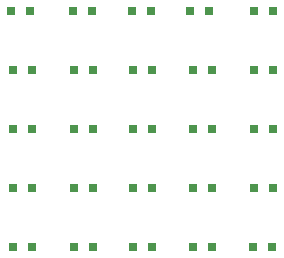
<source format=gbr>
G04 #@! TF.GenerationSoftware,KiCad,Pcbnew,9.0.1*
G04 #@! TF.CreationDate,2025-04-08T20:49:58-07:00*
G04 #@! TF.ProjectId,Bigger_Test,42696767-6572-45f5-9465-73742e6b6963,rev?*
G04 #@! TF.SameCoordinates,Original*
G04 #@! TF.FileFunction,Paste,Top*
G04 #@! TF.FilePolarity,Positive*
%FSLAX46Y46*%
G04 Gerber Fmt 4.6, Leading zero omitted, Abs format (unit mm)*
G04 Created by KiCad (PCBNEW 9.0.1) date 2025-04-08 20:49:58*
%MOMM*%
%LPD*%
G01*
G04 APERTURE LIST*
%ADD10R,0.800000X0.800000*%
G04 APERTURE END LIST*
D10*
X108002100Y-85500000D03*
X109602100Y-85500000D03*
X92798300Y-90500000D03*
X94398300Y-90500000D03*
X97798300Y-90500000D03*
X99398300Y-90500000D03*
X97798300Y-95500000D03*
X99398300Y-95500000D03*
X108000900Y-90500000D03*
X109600900Y-90500000D03*
X87598300Y-90500000D03*
X89198300Y-90500000D03*
X97798300Y-85500000D03*
X99398300Y-85500000D03*
X102899600Y-95500000D03*
X104499600Y-95500000D03*
X87598300Y-100500000D03*
X89198300Y-100500000D03*
X109602100Y-80500000D03*
X108002100Y-80500000D03*
X94300000Y-80500000D03*
X92700000Y-80500000D03*
X92798300Y-95500000D03*
X94398300Y-95500000D03*
X97798300Y-100500000D03*
X99398300Y-100500000D03*
X104201700Y-80500000D03*
X102601700Y-80500000D03*
X87598300Y-95500000D03*
X89198300Y-95500000D03*
X92798300Y-100500000D03*
X94398300Y-100500000D03*
X108001600Y-95500000D03*
X109601600Y-95500000D03*
X89100000Y-80500000D03*
X87500000Y-80500000D03*
X102894300Y-100500000D03*
X104494300Y-100500000D03*
X102900000Y-90500000D03*
X104500000Y-90500000D03*
X87598300Y-85500000D03*
X89198300Y-85500000D03*
X107981900Y-100500000D03*
X109581900Y-100500000D03*
X102900000Y-85500000D03*
X104500000Y-85500000D03*
X92798300Y-85500000D03*
X94398300Y-85500000D03*
X99300000Y-80500000D03*
X97700000Y-80500000D03*
M02*

</source>
